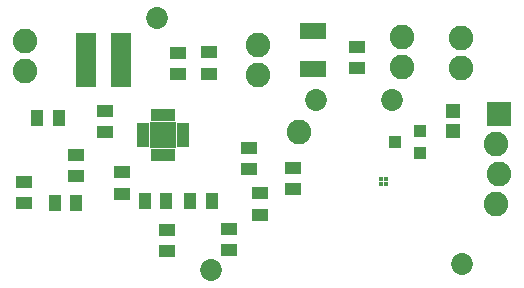
<source format=gts>
G75*
%MOIN*%
%OFA0B0*%
%FSLAX25Y25*%
%IPPOS*%
%LPD*%
%AMOC8*
5,1,8,0,0,1.08239X$1,22.5*
%
%ADD10C,0.08200*%
%ADD11R,0.03950X0.05524*%
%ADD12R,0.05524X0.03950*%
%ADD13R,0.08674X0.05524*%
%ADD14R,0.04737X0.05131*%
%ADD15R,0.08200X0.08200*%
%ADD16C,0.01600*%
%ADD17R,0.06500X0.18300*%
%ADD18R,0.04000X0.02000*%
%ADD19R,0.02000X0.04000*%
%ADD20R,0.08800X0.08800*%
%ADD21R,0.04343X0.03950*%
%ADD22C,0.07296*%
D10*
X0142120Y0094722D03*
X0128460Y0113902D03*
X0128460Y0123902D03*
X0176500Y0126432D03*
X0176500Y0116432D03*
X0196190Y0116172D03*
X0196190Y0126172D03*
X0207930Y0090912D03*
X0208930Y0080912D03*
X0207930Y0070912D03*
X0050720Y0115132D03*
X0050720Y0125132D03*
D11*
X0054894Y0099255D03*
X0061981Y0099255D03*
X0060737Y0071152D03*
X0067823Y0071152D03*
X0090787Y0071912D03*
X0097873Y0071912D03*
X0105887Y0071712D03*
X0112973Y0071712D03*
D12*
X0097980Y0055119D03*
X0097980Y0062205D03*
X0083050Y0074219D03*
X0083050Y0081305D03*
X0067900Y0079949D03*
X0067900Y0087035D03*
X0077587Y0094825D03*
X0077587Y0101912D03*
X0101800Y0114069D03*
X0112130Y0114169D03*
X0112130Y0121255D03*
X0101800Y0121155D03*
X0125310Y0089515D03*
X0125310Y0082429D03*
X0129240Y0074285D03*
X0140180Y0075669D03*
X0140180Y0082755D03*
X0129240Y0067199D03*
X0118870Y0062395D03*
X0118870Y0055309D03*
X0050600Y0071099D03*
X0050600Y0078185D03*
X0161370Y0115949D03*
X0161370Y0123035D03*
D13*
X0146890Y0128511D03*
X0146890Y0115913D03*
D14*
X0193340Y0101668D03*
X0193340Y0094975D03*
D15*
X0208930Y0100912D03*
D16*
X0171170Y0079022D03*
X0169570Y0079022D03*
X0169570Y0077422D03*
X0171170Y0077422D03*
D17*
X0082633Y0118762D03*
X0071017Y0118762D03*
D18*
X0090100Y0096762D03*
X0090100Y0094762D03*
X0090100Y0092762D03*
X0090100Y0090762D03*
X0103500Y0090762D03*
X0103500Y0092762D03*
X0103500Y0094762D03*
X0103500Y0096762D03*
D19*
X0099800Y0100462D03*
X0097800Y0100462D03*
X0095800Y0100462D03*
X0093800Y0100462D03*
X0093800Y0087062D03*
X0095800Y0087062D03*
X0097800Y0087062D03*
X0099800Y0087062D03*
D20*
X0096800Y0093762D03*
D21*
X0174269Y0091332D03*
X0182537Y0095072D03*
X0182537Y0087592D03*
D22*
X0173210Y0105382D03*
X0147880Y0105432D03*
X0094920Y0132892D03*
X0196310Y0050632D03*
X0112660Y0048692D03*
M02*

</source>
